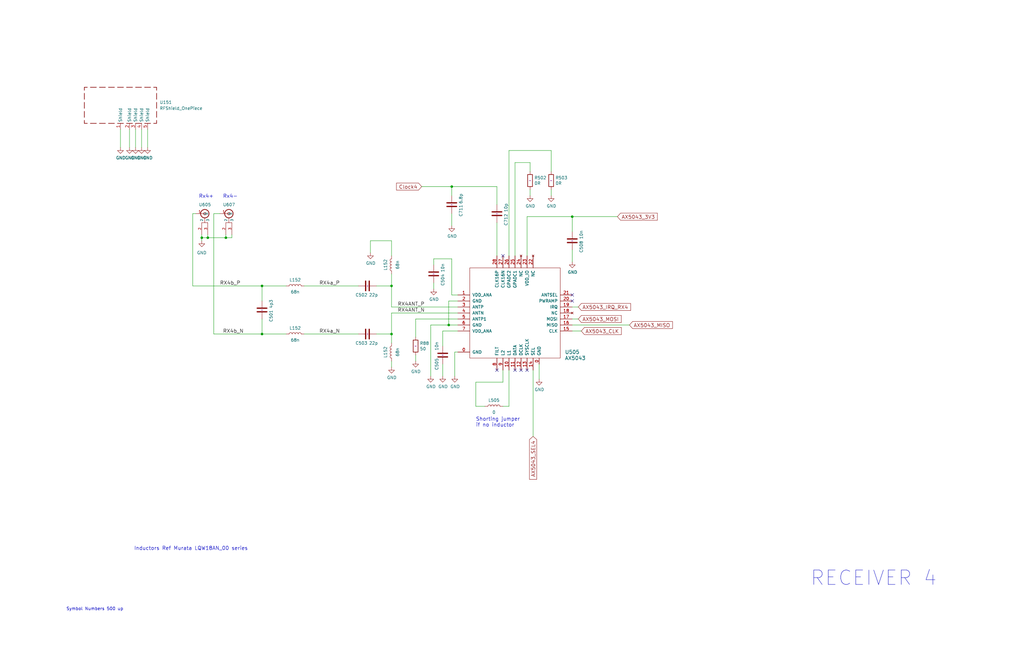
<source format=kicad_sch>
(kicad_sch (version 20230121) (generator eeschema)
  (paper "USLedger")
  (title_block (title "Radiation Tolerant PacSat Communication") (date "2023-06-17") (rev "A") (company "AMSAT-NA") (comment 1 "N5BRG"))
  (lib_symbols
    (symbol "Device:C" (pin_numbers hide) (pin_names (offset 0.254))
      (property "Reference" "C" (at 0.635 2.54 0))
      (property "Value" "C" (at 0.635 -2.54 0))
      (symbol "C_0_1"
        (polyline (pts (xy -2.032 -0.762) (xy 2.032 -0.762)) (stroke (width 0.508)))
        (polyline (pts (xy -2.032 0.762) (xy 2.032 0.762)) (stroke (width 0.508)))
      )
      (symbol "C_1_1"
        (pin passive line (at 0 3.81 270) (length 2.794) (name "~") (number "1"))
        (pin passive line (at 0 -3.81 90) (length 2.794) (name "~") (number "2"))
      )
    )
    (symbol "Device:L" (pin_numbers hide) (pin_names (offset 1.016) hide)
      (property "Reference" "L" (at -1.27 0 90))
      (property "Value" "L" (at 1.905 0 90))
      (symbol "L_0_1"
        (arc (start 0 -2.54) (mid 0.6323 -1.905) (end 0 -1.27))
        (arc (start 0 -1.27) (mid 0.6323 -0.635) (end 0 0))
        (arc (start 0 0) (mid 0.6323 0.635) (end 0 1.27))
        (arc (start 0 1.27) (mid 0.6323 1.905) (end 0 2.54))
      )
      (symbol "L_1_1"
        (pin passive line (at 0 3.81 270) (length 1.27) (name "1") (number "1"))
        (pin passive line (at 0 -3.81 90) (length 1.27) (name "2") (number "2"))
      )
    )
    (symbol "Device:R" (pin_numbers hide) (pin_names (offset 0))
      (property "Reference" "R" (at 2.032 0 90))
      (property "Value" "R" (at 0 0 90))
      (symbol "R_0_1"
        (rectangle (start -1.016 -2.54) (end 1.016 2.54) (stroke (width 0.254)))
      )
      (symbol "R_1_1"
        (pin passive line (at 0 3.81 270) (length 1.27) (name "~") (number "1"))
        (pin passive line (at 0 -3.81 90) (length 1.27) (name "~") (number "2"))
      )
    )
    (symbol "PACSAT_DEV_misc:AX5043" (pin_names (offset 1.016))
      (property "Reference" "U156" (at 16.51 -21.59 0))
      (property "Value" "AX5043" (at -5.08 0 0))
      (symbol "AX5043_0_1"
        (rectangle (start -19.05 19.05) (end 19.05 -19.05))
      )
      (symbol "AX5043_1_1"
        (pin passive line (at -24.13 -16.51 0) (length 5.08) (name "GND") (number "0"))
        (pin power_in line (at 10.16 -21.59 90) (length 2.54) (name "GND") (number "0"))
        (pin passive line (at -24.13 7.62 0) (length 5.08) (name "VDD_ANA") (number "1"))
        (pin passive line (at -2.54 -24.13 90) (length 5.08) (name "L1") (number "10"))
        (pin input line (at 0 -24.13 90) (length 5.08) (name "DATA") (number "11"))
        (pin input line (at 2.54 -24.13 90) (length 5.08) (name "DCLK") (number "12"))
        (pin output line (at 5.08 -24.13 90) (length 5.08) (name "SYSCLK") (number "13"))
        (pin input line (at 7.62 -24.13 90) (length 5.08) (name "SEL") (number "14"))
        (pin input line (at 24.13 -7.62 180) (length 5.08) (name "CLK") (number "15"))
        (pin tri_state line (at 24.13 -5.08 180) (length 5.08) (name "MISO") (number "16"))
        (pin input line (at 24.13 -2.54 180) (length 5.08) (name "MOSI") (number "17"))
        (pin no_connect line (at 24.13 0 180) (length 5.08) (name "NC") (number "18"))
        (pin output line (at 24.13 2.54 180) (length 5.08) (name "IRQ") (number "19"))
        (pin input line (at -24.13 5.08 0) (length 5.08) (name "GND") (number "2"))
        (pin output line (at 24.13 5.08 180) (length 5.08) (name "PWRAMP") (number "20"))
        (pin output line (at 24.13 7.62 180) (length 5.08) (name "ANTSEL") (number "21"))
        (pin no_connect line (at 7.62 24.13 270) (length 5.08) (name "NC") (number "22"))
        (pin passive line (at 5.08 24.13 270) (length 5.08) (name "VDD_IO") (number "23"))
        (pin no_connect line (at 2.54 24.13 270) (length 5.08) (name "NC") (number "24"))
        (pin input line (at 0 24.13 270) (length 5.08) (name "GPADC1") (number "25"))
        (pin input line (at -2.54 24.13 270) (length 5.08) (name "GPADC2") (number "26"))
        (pin passive line (at -5.08 24.13 270) (length 5.08) (name "CLK16N") (number "27"))
        (pin passive line (at -7.62 24.13 270) (length 5.08) (name "CLK16P") (number "28"))
        (pin bidirectional line (at -24.13 2.54 0) (length 5.08) (name "ANTP") (number "3"))
        (pin bidirectional line (at -24.13 0 0) (length 5.08) (name "ANTN") (number "4"))
        (pin output line (at -24.13 -2.54 0) (length 5.08) (name "ANTP1") (number "5"))
        (pin input line (at -24.13 -5.08 0) (length 5.08) (name "GND") (number "6"))
        (pin passive line (at -24.13 -7.62 0) (length 5.08) (name "VDD_ANA") (number "7"))
        (pin passive line (at -7.62 -24.13 90) (length 5.08) (name "FILT") (number "8"))
        (pin passive line (at -5.08 -24.13 90) (length 5.08) (name "L2") (number "9"))
      )
    )
    (symbol "PACSAT_DEV_misc:RF_SHIELD_BOX"
      (property "Reference" "U" (at -15.24 8.89 0))
      (symbol "RF_SHIELD_BOX_0_1"
        (polyline (pts (xy -16.51 -5.08) (xy -16.51 -2.54)) (stroke (width 0.254)))
        (polyline (pts (xy -16.51 -1.27) (xy -16.51 1.27)) (stroke (width 0.254)))
        (polyline (pts (xy -16.51 2.54) (xy -16.51 5.08)) (stroke (width 0.254)))
        (polyline (pts (xy -13.97 7.62) (xy -11.43 7.62)) (stroke (width 0.254)))
        (polyline (pts (xy -11.43 -7.62) (xy -13.97 -7.62)) (stroke (width 0.254)))
        (polyline (pts (xy -7.62 -7.62) (xy -10.16 -7.62)) (stroke (width 0.254)))
        (polyline (pts (xy -7.62 7.62) (xy -10.16 7.62)) (stroke (width 0.254)))
        (polyline (pts (xy -3.81 -7.62) (xy -6.35 -7.62)) (stroke (width 0.254)))
        (polyline (pts (xy -3.81 7.62) (xy -6.35 7.62)) (stroke (width 0.254)))
        (polyline (pts (xy -2.54 -7.62) (xy 0 -7.62)) (stroke (width 0.254)))
        (polyline (pts (xy 0 7.62) (xy -2.54 7.62)) (stroke (width 0.254)))
        (polyline (pts (xy 1.27 -7.62) (xy 3.81 -7.62)) (stroke (width 0.254)))
        (polyline (pts (xy 3.81 7.62) (xy 1.27 7.62)) (stroke (width 0.254)))
        (polyline (pts (xy 5.08 -7.62) (xy 7.62 -7.62)) (stroke (width 0.254)))
        (polyline (pts (xy 7.62 7.62) (xy 5.08 7.62)) (stroke (width 0.254)))
        (polyline (pts (xy 8.89 -7.62) (xy 11.43 -7.62)) (stroke (width 0.254)))
        (polyline (pts (xy 11.43 7.62) (xy 8.89 7.62)) (stroke (width 0.254)))
        (polyline (pts (xy 13.97 -5.08) (xy 13.97 -2.54)) (stroke (width 0.254)))
        (polyline (pts (xy 13.97 -1.27) (xy 13.97 1.27)) (stroke (width 0.254)))
        (polyline (pts (xy 13.97 2.54) (xy 13.97 5.08)) (stroke (width 0.254)))
        (polyline (pts (xy -16.51 6.35) (xy -16.51 7.62) (xy -15.24 7.62)) (stroke (width 0.254)))
        (polyline (pts (xy -15.24 -7.62) (xy -16.51 -7.62) (xy -16.51 -6.35)) (stroke (width 0.254)))
        (polyline (pts (xy 12.7 -7.62) (xy 13.97 -7.62) (xy 13.97 -6.35)) (stroke (width 0.254)))
        (polyline (pts (xy 13.97 6.35) (xy 13.97 7.62) (xy 12.7 7.62)) (stroke (width 0.254)))
      )
      (symbol "RF_SHIELD_BOX_1_1"
        (pin power_in line (at -1.27 -10.16 90) (length 2.54) (name "Shield") (number "1"))
        (pin power_in line (at 2.54 -10.16 90) (length 2.54) (name "Shield") (number "2"))
        (pin power_in line (at 5.08 -10.16 90) (length 2.54) (name "Shield") (number "3"))
        (pin power_in line (at 7.62 -10.16 90) (length 2.54) (name "Shield") (number "4"))
        (pin power_in line (at 10.16 -10.16 90) (length 2.54) (name "Shield") (number "5"))
      )
    )
    (symbol "PACSAT_DEV_misc:U_FL"
      (property "Reference" "U" (at -3.81 2.54 0))
      (symbol "U_FL_0_1"
        (polyline (pts (xy -1.27 -3.81) (xy 1.27 -3.81)))
        (polyline (pts (xy 0 -3.81) (xy 0 -1.778)))
        (circle (center 0 0) (radius 0.508) (stroke (width 0.2032)))
        (circle (center 0 0) (radius 1.778) (stroke (width 0.3048)))
      )
      (symbol "U_FL_1_1"
        (pin bidirectional line (at -3.81 0 0) (length 3.302) (name "In") (number "1"))
        (pin power_in line (at -1.27 -8.89 90) (length 5.08) (name "2") (number "2"))
        (pin power_in line (at 1.27 -8.89 90) (length 5.08) (name "3") (number "3"))
      )
    )
    (symbol "power:GND" (power) (pin_names (offset 0))
      (property "Value" "GND" (at 0 -3.81 0))
      (symbol "GND_0_1"
        (polyline (pts (xy 0 0) (xy 0 -1.27) (xy 1.27 -1.27) (xy 0 -2.54) (xy -1.27 -1.27) (xy 0 -1.27)))
      )
      (symbol "GND_1_1"
        (pin power_in line (at 0 0 270) (length 0) hide (name "GND") (number "1"))
      )
    )
  )
  (junction (at 85.09 100.33))
  (junction (at 189.23 137.16))
  (junction (at 110.49 120.65))
  (junction (at 87.63 100.33))
  (junction (at 110.49 140.97))
  (junction (at 165.1 120.65))
  (junction (at 95.25 100.33))
  (junction (at 165.1 140.97))
  (junction (at 190.5 78.74))
  (junction (at 241.3 91.44))
  (no_connect (at 219.71 156.21))
  (no_connect (at 209.55 156.21))
  (no_connect (at 212.09 107.95))
  (no_connect (at 241.3 124.46))
  (no_connect (at 222.25 156.21))
  (no_connect (at 217.17 156.21))
  (no_connect (at 241.3 127))
  (wire (pts (xy 217.17 68.58) (xy 223.52 68.58)))
  (wire (pts (xy 190.5 109.22) (xy 182.88 109.22)))
  (wire (pts (xy 189.23 137.16) (xy 193.04 137.16)))
  (wire (pts (xy 241.3 91.44) (xy 260.35 91.44)))
  (wire (pts (xy 165.1 107.95) (xy 165.1 101.6)))
  (wire (pts (xy 175.26 134.62) (xy 193.04 134.62)))
  (wire (pts (xy 85.09 100.33) (xy 87.63 100.33)))
  (wire (pts (xy 232.41 63.5) (xy 232.41 72.39)))
  (wire (pts (xy 110.49 134.62) (xy 110.49 140.97)))
  (wire (pts (xy 212.09 171.45) (xy 214.63 171.45)))
  (wire (pts (xy 110.49 120.65) (xy 110.49 127)))
  (wire (pts (xy 50.8 54.61) (xy 50.8 62.23)))
  (wire (pts (xy 110.49 120.65) (xy 120.65 120.65)))
  (wire (pts (xy 177.8 78.74) (xy 190.5 78.74)))
  (wire (pts (xy 190.5 124.46) (xy 190.5 109.22)))
  (wire (pts (xy 209.55 93.98) (xy 209.55 107.95)))
  (wire (pts (xy 90.17 140.97) (xy 110.49 140.97)))
  (wire (pts (xy 81.28 90.17) (xy 81.28 120.65)))
  (wire (pts (xy 87.63 99.06) (xy 87.63 100.33)))
  (wire (pts (xy 128.27 140.97) (xy 151.13 140.97)))
  (wire (pts (xy 227.33 153.67) (xy 227.33 160.02)))
  (wire (pts (xy 212.09 161.29) (xy 200.66 161.29)))
  (wire (pts (xy 182.88 109.22) (xy 182.88 111.76)))
  (wire (pts (xy 241.3 97.79) (xy 241.3 91.44)))
  (wire (pts (xy 182.88 119.38) (xy 182.88 121.92)))
  (wire (pts (xy 85.09 99.06) (xy 85.09 100.33)))
  (wire (pts (xy 165.1 140.97) (xy 165.1 132.08)))
  (wire (pts (xy 165.1 140.97) (xy 165.1 144.78)))
  (wire (pts (xy 217.17 68.58) (xy 217.17 107.95)))
  (wire (pts (xy 81.28 120.65) (xy 110.49 120.65)))
  (wire (pts (xy 87.63 100.33) (xy 95.25 100.33)))
  (wire (pts (xy 181.61 137.16) (xy 189.23 137.16)))
  (wire (pts (xy 214.63 156.21) (xy 214.63 171.45)))
  (wire (pts (xy 97.79 99.06) (xy 97.79 100.33)))
  (wire (pts (xy 158.75 140.97) (xy 165.1 140.97)))
  (wire (pts (xy 57.15 54.61) (xy 57.15 62.23)))
  (wire (pts (xy 191.77 148.59) (xy 191.77 158.75)))
  (wire (pts (xy 54.61 54.61) (xy 54.61 62.23)))
  (wire (pts (xy 200.66 161.29) (xy 200.66 171.45)))
  (wire (pts (xy 193.04 127) (xy 189.23 127)))
  (wire (pts (xy 222.25 91.44) (xy 241.3 91.44)))
  (wire (pts (xy 59.69 54.61) (xy 59.69 62.23)))
  (wire (pts (xy 95.25 100.33) (xy 97.79 100.33)))
  (wire (pts (xy 232.41 80.01) (xy 232.41 82.55)))
  (wire (pts (xy 241.3 129.54) (xy 243.84 129.54)))
  (wire (pts (xy 165.1 152.4) (xy 165.1 154.94)))
  (wire (pts (xy 241.3 134.62) (xy 243.84 134.62)))
  (wire (pts (xy 156.21 101.6) (xy 156.21 106.68)))
  (wire (pts (xy 224.79 156.21) (xy 224.79 184.15)))
  (wire (pts (xy 223.52 80.01) (xy 223.52 82.55)))
  (wire (pts (xy 165.1 120.65) (xy 165.1 129.54)))
  (wire (pts (xy 165.1 115.57) (xy 165.1 120.65)))
  (wire (pts (xy 165.1 129.54) (xy 193.04 129.54)))
  (wire (pts (xy 82.55 90.17) (xy 81.28 90.17)))
  (wire (pts (xy 241.3 105.41) (xy 241.3 110.49)))
  (wire (pts (xy 128.27 120.65) (xy 151.13 120.65)))
  (wire (pts (xy 186.69 139.7) (xy 186.69 146.05)))
  (wire (pts (xy 193.04 148.59) (xy 191.77 148.59)))
  (wire (pts (xy 190.5 78.74) (xy 190.5 82.55)))
  (wire (pts (xy 214.63 63.5) (xy 232.41 63.5)))
  (wire (pts (xy 110.49 140.97) (xy 120.65 140.97)))
  (wire (pts (xy 95.25 99.06) (xy 95.25 100.33)))
  (wire (pts (xy 222.25 107.95) (xy 222.25 91.44)))
  (wire (pts (xy 190.5 90.17) (xy 190.5 95.25)))
  (wire (pts (xy 62.23 54.61) (xy 62.23 62.23)))
  (wire (pts (xy 193.04 124.46) (xy 190.5 124.46)))
  (wire (pts (xy 209.55 78.74) (xy 209.55 86.36)))
  (wire (pts (xy 181.61 158.75) (xy 181.61 137.16)))
  (wire (pts (xy 200.66 171.45) (xy 204.47 171.45)))
  (wire (pts (xy 158.75 120.65) (xy 165.1 120.65)))
  (wire (pts (xy 241.3 139.7) (xy 245.11 139.7)))
  (wire (pts (xy 241.3 137.16) (xy 265.43 137.16)))
  (wire (pts (xy 92.71 90.17) (xy 90.17 90.17)))
  (wire (pts (xy 214.63 63.5) (xy 214.63 107.95)))
  (wire (pts (xy 175.26 134.62) (xy 175.26 142.24)))
  (wire (pts (xy 165.1 101.6) (xy 156.21 101.6)))
  (wire (pts (xy 165.1 132.08) (xy 193.04 132.08)))
  (wire (pts (xy 193.04 139.7) (xy 186.69 139.7)))
  (wire (pts (xy 186.69 153.67) (xy 186.69 158.75)))
  (wire (pts (xy 189.23 127) (xy 189.23 137.16)))
  (wire (pts (xy 85.09 100.33) (xy 85.09 101.6)))
  (wire (pts (xy 209.55 78.74) (xy 190.5 78.74)))
  (wire (pts (xy 212.09 156.21) (xy 212.09 161.29)))
  (wire (pts (xy 223.52 68.58) (xy 223.52 72.39)))
  (wire (pts (xy 175.26 149.86) (xy 175.26 152.4)))
  (wire (pts (xy 90.17 90.17) (xy 90.17 140.97)))
  (text "Symbol Numbers 500 up" (at 27.94 257.81 0) (effects (font (size 1.27 1.27)) (justify left bottom)))
  (text "RECEIVER 4" (at 341.63 247.65 0) (effects (font (size 6.096 6.096)) (justify left bottom)))
  (text "Inductors Ref Murata LQW18AN_00 series" (at 56.515 232.41 0) (effects (font (size 1.524 1.524)) (justify left bottom)))
  (text "Rx4-" (at 93.98 83.82 0) (effects (font (size 1.524 1.524)) (justify left bottom)))
  (text "Shorting jumper\nif no inductor" (at 200.66 180.34 0) (effects (font (size 1.524 1.524)) (justify left bottom)))
  (text "Rx4+" (at 83.82 83.82 0) (effects (font (size 1.524 1.524)) (justify left bottom)))
  (label "RX4ANT_N" (at 167.64 132.08 0) (effects (font (size 1.524 1.524))))
  (label "RX4a_P" (at 134.62 120.65 0) (effects (font (size 1.524 1.524))))
  (label "RX4ANT_P" (at 167.64 129.54 0) (effects (font (size 1.524 1.524))))
  (label "RX4b_N" (at 93.98 140.97 0) (effects (font (size 1.524 1.524))))
  (label "RX4a_N" (at 134.62 140.97 0) (effects (font (size 1.524 1.524))))
  (label "RX4b_P" (at 92.71 120.65 0) (effects (font (size 1.524 1.524))))
  (global_label "Clock4" (shape input) (at 177.8 78.74 180) (effects (font (size 1.524 1.524))) (property "Intersheetrefs" "${INTERSHEET_REFS}" (effects hide)))
  (global_label "AX5043_3V3" (shape input) (at 260.35 91.44 0) (effects (font (size 1.524 1.524))) (property "Intersheetrefs" "${INTERSHEET_REFS}" (effects hide)))
  (global_label "AX5043_MISO" (shape input) (at 265.43 137.16 0) (effects (font (size 1.524 1.524))) (property "Intersheetrefs" "${INTERSHEET_REFS}" (effects hide)))
  (global_label "AX5043_IRQ_RX4" (shape input) (at 243.84 129.54 0) (effects (font (size 1.524 1.524))) (property "Intersheetrefs" "${INTERSHEET_REFS}" (effects hide)))
  (global_label "AX5043_SEL4" (shape input) (at 224.79 184.15 270) (effects (font (size 1.524 1.524))) (property "Intersheetrefs" "${INTERSHEET_REFS}" (effects hide)))
  (global_label "AX5043_CLK" (shape input) (at 245.11 139.7 0) (effects (font (size 1.524 1.524))) (property "Intersheetrefs" "${INTERSHEET_REFS}" (effects hide)))
  (global_label "AX5043_MOSI" (shape input) (at 243.84 134.62 0) (effects (font (size 1.524 1.524))) (property "Intersheetrefs" "${INTERSHEET_REFS}" (effects hide)))
  (symbol (lib_id "power:GND") (at 156.21 106.68 0) (unit 1)
    (property "Reference" "#PWR0503" (effects hide))
    (property "Value" "GND" (at 156.337 111.0742 0))
  )
  (symbol (lib_id "Device:C") (at 110.49 130.81 0) (unit 1)
    (property "Reference" "C501" (at 114.3 133.35 90))
    (property "Value" "4p3" (at 114.3 128.27 90))
    (property "Footprint" "Capacitor_SMD:C_0603_1608Metric_Pad1.08x0.95mm_HandSolder" (effects hide))
    (property "Datasheet" "~" (at 110.49 130.81 0))
  )
  (symbol (lib_id "Device:L") (at 165.1 111.76 180) (unit 1)
    (property "Reference" "L152" (at 162.56 111.76 90))
    (property "Value" "68n" (at 167.64 111.76 90))
    (property "Footprint" "PacSatDev_misc:L_Murata_LQH2MCNxxxx02_2.0x1.6mm" (effects hide))
    (instances (project "PacSat+dev+revC_230909" (path "" (reference "L152") (unit 1)) (path "" (reference "L402") (unit 1)) (path "" (reference "L503") (unit 1))))
  )
  (symbol (lib_id "power:GND") (at 227.33 160.02 0) (unit 1)
    (property "Reference" "#PWR0512" (effects hide))
    (property "Value" "GND" (at 227.457 164.4142 0))
  )
  (symbol (lib_id "Device:R") (at 175.26 146.05 0) (unit 1)
    (property "Reference" "R88" (at 177.038 144.8816 0) (effects (justify left)))
    (property "Value" "50" (at 177.038 147.193 0) (effects (justify left)))
    (property "Footprint" "Resistor_SMD:R_0603_1608Metric_Pad0.98x0.95mm_HandSolder" (effects hide))
    (property "Datasheet" "~" (at 175.26 146.05 0))
    (instances (project "PacSat+dev+revC_230909" (path "" (reference "R88") (unit 1)) (path "" (reference "R501") (unit 1))))
  )
  (symbol (lib_id "Device:L") (at 208.28 171.45 90) (unit 1)
    (property "Reference" "L505" (at 208.28 168.91 90))
    (property "Value" "0" (at 208.28 173.99 90))
    (property "Footprint" "PacSatDev_misc:L_Murata_LQH2MCNxxxx02_2.0x1.6mm" (effects hide))
  )
  (symbol (lib_id "Device:C") (at 190.5 86.36 0) (unit 1)
    (property "Reference" "C711" (at 194.31 88.9 90))
    (property "Value" "6.8p" (at 194.31 83.82 90))
    (property "Footprint" "Capacitor_SMD:C_0603_1608Metric_Pad1.08x0.95mm_HandSolder" (effects hide))
    (property "Datasheet" "~" (at 190.5 86.36 0))
    (instances (project "PacSat+dev+revC_230909" (path "" (reference "C711") (unit 1)) (path "" (reference "C506") (unit 1))))
  )
  (symbol (lib_id "Device:C") (at 209.55 90.17 0) (unit 1)
    (property "Reference" "C712" (at 213.36 92.71 90))
    (property "Value" "10p" (at 213.36 87.63 90))
    (property "Footprint" "Capacitor_SMD:C_0603_1608Metric_Pad1.08x0.95mm_HandSolder" (effects hide))
    (property "Datasheet" "~" (at 209.55 90.17 0))
    (instances (project "PacSat+dev+revC_230909" (path "" (reference "C712") (unit 1)) (path "" (reference "C507") (unit 1))))
  )
  (symbol (lib_id "Device:C") (at 154.94 120.65 270) (unit 1)
    (property "Reference" "C502" (at 152.4 124.46 90))
    (property "Value" "22p" (at 157.48 124.46 90))
    (property "Footprint" "Capacitor_SMD:C_0603_1608Metric_Pad1.08x0.95mm_HandSolder" (effects hide))
    (property "Datasheet" "~" (at 154.94 120.65 0))
  )
  (symbol (lib_id "power:GND") (at 50.8 62.23 0) (unit 1)
    (property "Reference" "#PWR0161" (effects hide))
    (property "Value" "GND" (at 50.927 66.6242 0))
    (instances (project "PacSat+dev+revC_230909" (path "" (reference "#PWR0161") (unit 1)) (path "" (reference "#PWR0730") (unit 1))))
  )
  (symbol (lib_id "power:GND") (at 85.09 101.6 0) (unit 1)
    (property "Reference" "#PWR0614" (effects hide))
    (property "Value" "GND" (at 85.09 106.68 0))
    (instances (project "PacSat+dev+revC_230909" (path "" (reference "#PWR0614") (unit 1)) (path "" (reference "#PWR0502") (unit 1))))
  )
  (symbol (lib_id "power:GND") (at 165.1 154.94 0) (unit 1)
    (property "Reference" "#PWR0504" (effects hide))
    (property "Value" "GND" (at 165.227 159.3342 0))
  )
  (symbol (lib_id "Device:L") (at 124.46 140.97 90) (unit 1)
    (property "Reference" "L152" (at 124.46 138.43 90))
    (property "Value" "68n" (at 124.46 143.51 90))
    (property "Footprint" "PacSatDev_misc:L_Murata_LQH2MCNxxxx02_2.0x1.6mm" (effects hide))
    (instances (project "PacSat+dev+revC_230909" (path "" (reference "L152") (unit 1)) (path "" (reference "L402") (unit 1)) (path "" (reference "L502") (unit 1))))
  )
  (symbol (lib_id "power:GND") (at 182.88 121.92 0) (unit 1)
    (property "Reference" "#PWR0507" (effects hide))
    (property "Value" "GND" (at 183.007 126.3142 0))
  )
  (symbol (lib_id "power:GND") (at 175.26 152.4 0) (unit 1)
    (property "Reference" "#PWR0191" (effects hide))
    (property "Value" "GND" (at 175.387 156.7942 0))
    (instances (project "PacSat+dev+revC_230909" (path "" (reference "#PWR0191") (unit 1)) (path "" (reference "#PWR0505") (unit 1))))
  )
  (symbol (lib_id "Device:L") (at 165.1 148.59 180) (unit 1)
    (property "Reference" "L152" (at 162.56 148.59 90))
    (property "Value" "68n" (at 167.64 148.59 90))
    (property "Footprint" "PacSatDev_misc:L_Murata_LQH2MCNxxxx02_2.0x1.6mm" (effects hide))
    (instances (project "PacSat+dev+revC_230909" (path "" (reference "L152") (unit 1)) (path "" (reference "L402") (unit 1)) (path "" (reference "L504") (unit 1))))
  )
  (symbol (lib_id "power:GND") (at 190.5 95.25 0) (unit 1)
    (property "Reference" "#PWR0735" (effects hide))
    (property "Value" "GND" (at 190.627 99.6442 0))
    (instances (project "PacSat+dev+revC_230909" (path "" (reference "#PWR0735") (unit 1)) (path "" (reference "#PWR0509") (unit 1))))
  )
  (symbol (lib_id "power:GND") (at 223.52 82.55 0) (unit 1)
    (property "Reference" "#PWR0511" (effects hide))
    (property "Value" "GND" (at 223.647 86.9442 0))
  )
  (symbol (lib_id "PACSAT_DEV_misc:U_FL") (at 86.36 90.17 0) (unit 1)
    (property "Reference" "U605" (at 83.82 86.36 0) (effects (justify left)))
    (property "Value" "~" (at 86.36 90.17 0))
    (property "Footprint" "PacSatDev_misc:U_FL" (effects hide))
    (instances (project "PacSat+dev+revC_230909" (path "" (reference "U605") (unit 1)) (path "" (reference "P501") (unit 1))))
  )
  (symbol (lib_id "Device:C") (at 154.94 140.97 270) (unit 1)
    (property "Reference" "C503" (at 152.4 144.78 90))
    (property "Value" "22p" (at 157.48 144.78 90))
    (property "Footprint" "Capacitor_SMD:C_0603_1608Metric_Pad1.08x0.95mm_HandSolder" (effects hide))
    (property "Datasheet" "~" (at 154.94 140.97 0))
  )
  (symbol (lib_id "power:GND") (at 181.61 158.75 0) (unit 1)
    (property "Reference" "#PWR0506" (effects hide))
    (property "Value" "GND" (at 181.737 163.1442 0))
  )
  (symbol (lib_id "power:GND") (at 57.15 62.23 0) (unit 1)
    (property "Reference" "#PWR0161" (effects hide))
    (property "Value" "GND" (at 57.277 66.6242 0))
    (instances (project "PacSat+dev+revC_230909" (path "" (reference "#PWR0161") (unit 1)) (path "" (reference "#PWR0620") (unit 1))))
  )
  (symbol (lib_id "power:GND") (at 59.69 62.23 0) (unit 1)
    (property "Reference" "#PWR0161" (effects hide))
    (property "Value" "GND" (at 59.817 66.6242 0))
    (instances (project "PacSat+dev+revC_230909" (path "" (reference "#PWR0161") (unit 1)) (path "" (reference "#PWR0733") (unit 1))))
  )
  (symbol (lib_id "Device:C") (at 182.88 115.57 0) (unit 1)
    (property "Reference" "C504" (at 186.69 118.11 90))
    (property "Value" "10n" (at 186.69 113.03 90))
    (property "Footprint" "Capacitor_SMD:C_0603_1608Metric_Pad1.08x0.95mm_HandSolder" (effects hide))
    (property "Datasheet" "~" (at 182.88 115.57 0))
  )
  (symbol (lib_id "PACSAT_DEV_misc:RF_SHIELD_BOX") (at 52.07 44.45 0) (unit 1)
    (property "Reference" "U151" (at 67.31 43.18 0) (effects (justify left)))
    (property "Value" "RFShield_OnePiece" (at 67.31 45.72 0) (effects (justify left)))
    (property "Footprint" "PacSatDev_misc:RF_SHIELD_BMI_S_202_F_U501" (effects hide))
    (instances (project "PacSat+dev+revC_230909" (path "" (reference "U151") (unit 1)) (path "" (reference "U501") (unit 1))))
  )
  (symbol (lib_id "PACSAT_DEV_misc:U_FL") (at 96.52 90.17 0) (unit 1)
    (property "Reference" "U607" (at 93.98 86.36 0) (effects (justify left)))
    (property "Value" "~" (at 96.52 90.17 0))
    (property "Footprint" "PacSatDev_misc:U_FL" (effects hide))
    (instances (project "PacSat+dev+revC_230909" (path "" (reference "U607") (unit 1)) (path "" (reference "P502") (unit 1))))
  )
  (symbol (lib_id "power:GND") (at 54.61 62.23 0) (unit 1)
    (property "Reference" "#PWR0161" (effects hide))
    (property "Value" "GND" (at 54.737 66.6242 0))
    (instances (project "PacSat+dev+revC_230909" (path "" (reference "#PWR0161") (unit 1)) (path "" (reference "#PWR0731") (unit 1))))
  )
  (symbol (lib_id "power:GND") (at 241.3 110.49 0) (unit 1)
    (property "Reference" "#PWR0514" (effects hide))
    (property "Value" "GND" (at 241.427 114.8842 0))
  )
  (symbol (lib_id "Device:R") (at 232.41 76.2 0) (unit 1)
    (property "Reference" "R503" (at 234.188 75.0316 0) (effects (justify left)))
    (property "Value" "0R" (at 234.188 77.343 0) (effects (justify left)))
    (property "Footprint" "Resistor_SMD:R_0603_1608Metric_Pad0.98x0.95mm_HandSolder" (effects hide))
    (property "Datasheet" "~" (at 232.41 76.2 0))
  )
  (symbol (lib_id "power:GND") (at 232.41 82.55 0) (unit 1)
    (property "Reference" "#PWR0513" (effects hide))
    (property "Value" "GND" (at 232.537 86.9442 0))
  )
  (symbol (lib_id "Device:L") (at 124.46 120.65 90) (unit 1)
    (property "Reference" "L152" (at 124.46 118.11 90))
    (property "Value" "68n" (at 124.46 123.19 90))
    (property "Footprint" "PacSatDev_misc:L_Murata_LQH2MCNxxxx02_2.0x1.6mm" (effects hide))
    (instances (project "PacSat+dev+revC_230909" (path "" (reference "L152") (unit 1)) (path "" (reference "L402") (unit 1)) (path "" (reference "L501") (unit 1))))
  )
  (symbol (lib_id "power:GND") (at 186.69 158.75 0) (unit 1)
    (property "Reference" "#PWR0508" (effects hide))
    (property "Value" "GND" (at 186.817 163.1442 0))
  )
  (symbol (lib_id "PACSAT_DEV_misc:AX5043") (at 217.17 132.08 0) (unit 1)
    (property "Reference" "U505" (at 241.3 148.59 0) (effects (font (size 1.524 1.524))))
    (property "Value" "AX5043" (at 242.57 151.13 0) (effects (font (size 1.524 1.524))))
    (property "Footprint" "PacSatDev_onsemi:QFN28" (effects hide))
  )
  (symbol (lib_id "power:GND") (at 191.77 158.75 0) (unit 1)
    (property "Reference" "#PWR0510" (effects hide))
    (property "Value" "GND" (at 191.897 163.1442 0))
  )
  (symbol (lib_id "Device:C") (at 241.3 101.6 0) (unit 1)
    (property "Reference" "C508" (at 245.11 104.14 90))
    (property "Value" "10n" (at 245.11 99.06 90))
    (property "Footprint" "Capacitor_SMD:C_0603_1608Metric_Pad1.08x0.95mm_HandSolder" (effects hide))
    (property "Datasheet" "~" (at 241.3 101.6 0))
  )
  (symbol (lib_id "power:GND") (at 62.23 62.23 0) (unit 1)
    (property "Reference" "#PWR0161" (effects hide))
    (property "Value" "GND" (at 62.357 66.6242 0))
    (instances (project "PacSat+dev+revC_230909" (path "" (reference "#PWR0161") (unit 1)) (path "" (reference "#PWR0732") (unit 1))))
  )
  (symbol (lib_id "Device:R") (at 223.52 76.2 0) (unit 1)
    (property "Reference" "R502" (at 225.298 75.0316 0) (effects (justify left)))
    (property "Value" "0R" (at 225.298 77.343 0) (effects (justify left)))
    (property "Footprint" "Resistor_SMD:R_0603_1608Metric_Pad0.98x0.95mm_HandSolder" (effects hide))
    (property "Datasheet" "~" (at 223.52 76.2 0))
  )
  (symbol (lib_id "Device:C") (at 186.69 149.86 0) (unit 1)
    (property "Reference" "C505" (at 184.15 153.67 90))
    (property "Value" "10n" (at 184.15 146.05 90))
    (property "Footprint" "Capacitor_SMD:C_0603_1608Metric_Pad1.08x0.95mm_HandSolder" (effects hide))
    (property "Datasheet" "~" (at 186.69 149.86 0))
  )
)
</source>
